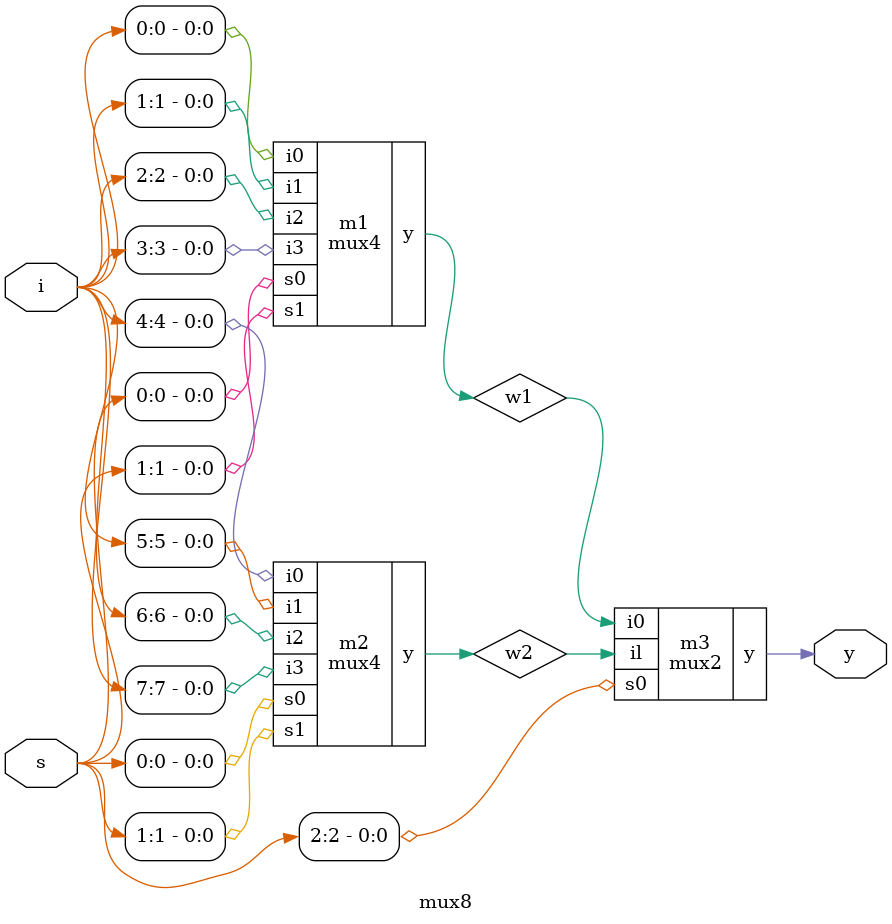
<source format=v>
module mux2 (y, s0,i0,il);
input i0,il;
input s0;
output y;
assign y=s0 ? il : i0;
endmodule

module mux4 (y,s0,s1,i0,i1,i2,i3);
input i0,i1,i2,i3;
input s0,s1;
output y;
assign y=s1?(s0?i3:i2):(s0?il:i0);
endmodule

module mux8 (y, s, i);
input [7:0]i;
input [2:0]s;
output y;
wire w1,w2;
mux4 m1 (w1,s[0],s[1],i[0],i[1],i[2],i[3]);
mux4 m2 (w2,s[0],s[1],i[4],i[5],i[6],i[7]);
mux2 m3 (y,s[2],w1,w2);
endmodule

</source>
